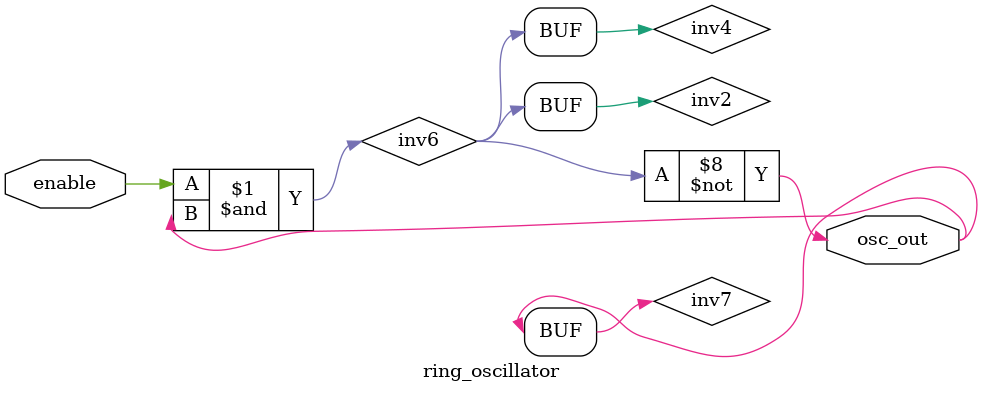
<source format=v>
`timescale 1ns / 1ps


module ring_oscillator (
    input  wire        enable,
    output wire        osc_out
);

wire inv1, inv2, inv3, inv4, inv5, inv6, inv7;

assign inv1 = ~(enable & osc_out);
assign inv2 = ~inv1;
assign inv3 = ~inv2;
assign inv4 = ~inv3;
assign inv5 = ~inv4;
assign inv6 = ~inv5;
assign inv7 = ~inv6;
assign osc_out = inv7;

endmodule


</source>
